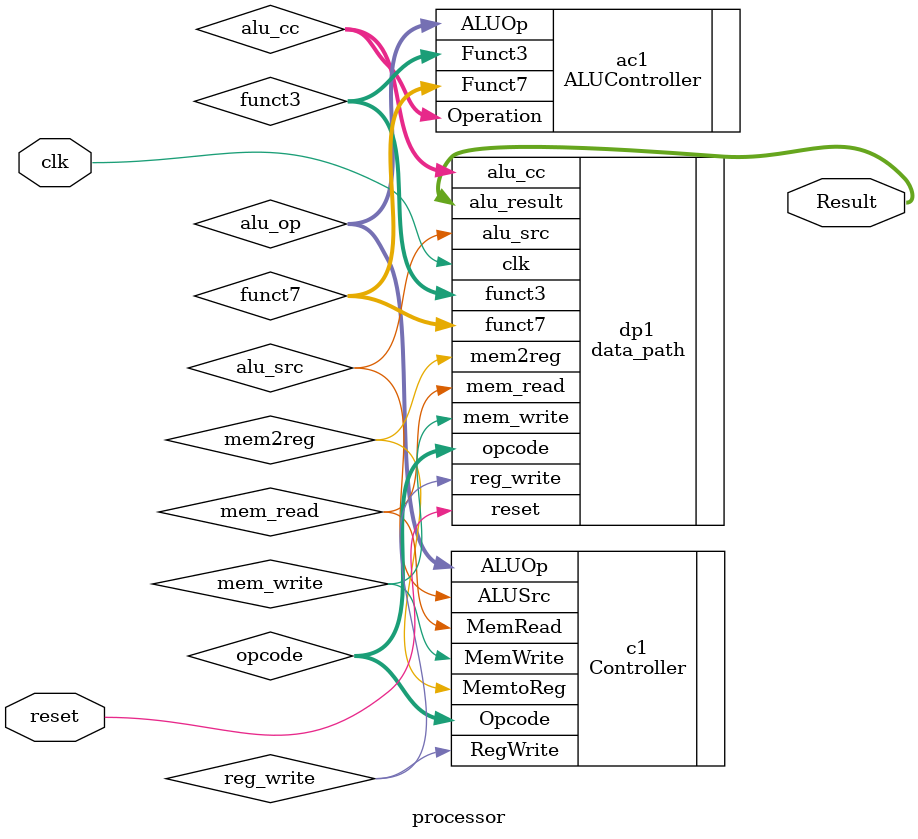
<source format=v>
`timescale 1ns / 1ps

module processor( clk, reset, Result  );

    input clk, reset;
    output [31:0] Result;
    
    wire reg_write, mem2reg, alu_src, mem_write, mem_read;
    wire [3:0] alu_cc;
    wire [6:0] opcode, funct7;
    wire [2:0] funct3;
    wire [1:0] alu_op;
    
    data_path dp1(  .clk(clk),
                    .reset(reset),
                    .reg_write(reg_write),
                    .mem2reg(mem2reg),
                    .alu_src(alu_src),
                    .mem_write(mem_write),
                    .mem_read(mem_read),
                    .alu_cc(alu_cc),
                    .opcode(opcode),
                    .funct3(funct3),
                    .funct7(funct7),
                    .alu_result(Result) );
                    
     Controller c1( .Opcode(opcode),
                    .ALUSrc(alu_src),
                    .MemtoReg(mem2reg),
                    .MemWrite(mem_write),
                    .MemRead(mem_read),
                    .RegWrite(reg_write),
                    .ALUOp(alu_op) );
                    
     ALUController ac1( .ALUOp(alu_op),
                        .Funct3(funct3),
                        .Funct7(funct7),
                        .Operation(alu_cc) );
endmodule

</source>
